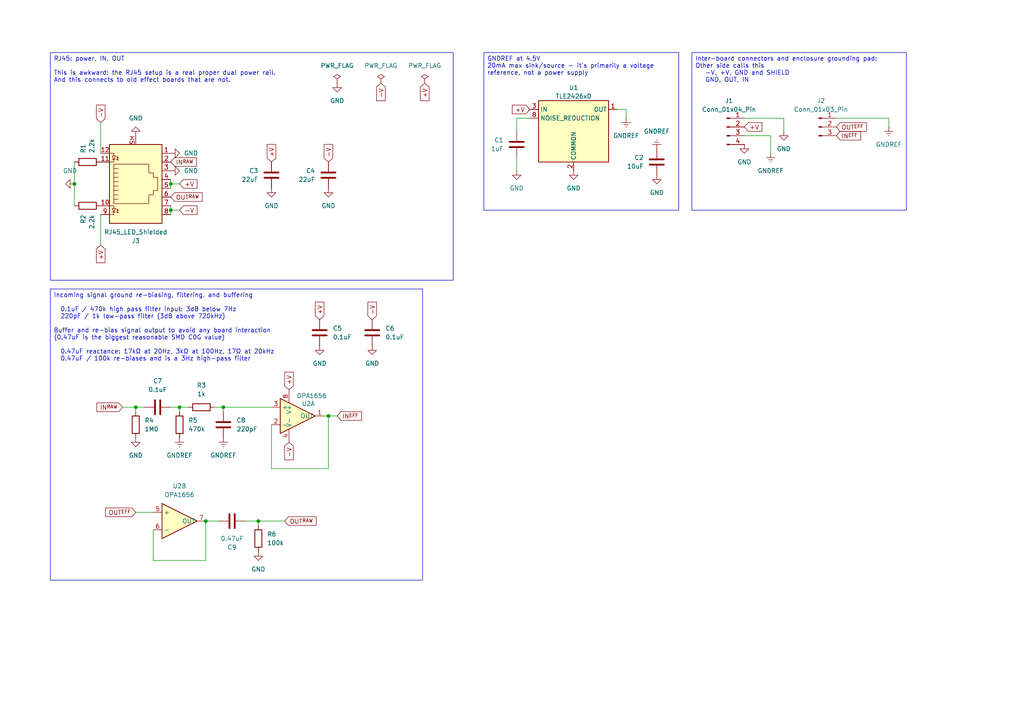
<source format=kicad_sch>
(kicad_sch (version 20250114) (generator "eeschema") (generator_version "9.0")
  (paper "A4")
  (title_block (title "Conversion board for RJ45 testing") (date "2025-06-11") (rev "v1.0"))
  (lib_symbols
    (symbol "Connector:Conn_01x03_Pin" (pin_names (offset 1.016) (hide yes))
      (property "Reference" "J" (at 0 5.08 0))
      (property "Value" "Conn_01x03_Pin" (at 0 -5.08 0))
      (symbol "Conn_01x03_Pin_1_1"
        (rectangle (start 0.8636 2.667) (end 0 2.413) (stroke (width 0.1524)) (fill (type outline)))
        (rectangle (start 0.8636 0.127) (end 0 -0.127) (stroke (width 0.1524)) (fill (type outline)))
        (rectangle (start 0.8636 -2.413) (end 0 -2.667) (stroke (width 0.1524)) (fill (type outline)))
        (polyline (pts (xy 1.27 2.54) (xy 0.8636 2.54)) (stroke (width 0.1524)))
        (polyline (pts (xy 1.27 0) (xy 0.8636 0)) (stroke (width 0.1524)))
        (polyline (pts (xy 1.27 -2.54) (xy 0.8636 -2.54)) (stroke (width 0.1524)))
        (pin passive line (at 5.08 2.54 180) (length 3.81) (name "Pin_1") (number "1"))
        (pin passive line (at 5.08 0 180) (length 3.81) (name "Pin_2") (number "2"))
        (pin passive line (at 5.08 -2.54 180) (length 3.81) (name "Pin_3") (number "3"))
      )
    )
    (symbol "Connector:Conn_01x04_Pin" (pin_names (offset 1.016) (hide yes))
      (property "Reference" "J" (at 0 5.08 0))
      (property "Value" "Conn_01x04_Pin" (at 0 -7.62 0))
      (symbol "Conn_01x04_Pin_1_1"
        (rectangle (start 0.8636 2.667) (end 0 2.413) (stroke (width 0.1524)) (fill (type outline)))
        (rectangle (start 0.8636 0.127) (end 0 -0.127) (stroke (width 0.1524)) (fill (type outline)))
        (rectangle (start 0.8636 -2.413) (end 0 -2.667) (stroke (width 0.1524)) (fill (type outline)))
        (rectangle (start 0.8636 -4.953) (end 0 -5.207) (stroke (width 0.1524)) (fill (type outline)))
        (polyline (pts (xy 1.27 2.54) (xy 0.8636 2.54)) (stroke (width 0.1524)))
        (polyline (pts (xy 1.27 0) (xy 0.8636 0)) (stroke (width 0.1524)))
        (polyline (pts (xy 1.27 -2.54) (xy 0.8636 -2.54)) (stroke (width 0.1524)))
        (polyline (pts (xy 1.27 -5.08) (xy 0.8636 -5.08)) (stroke (width 0.1524)))
        (pin passive line (at 5.08 2.54 180) (length 3.81) (name "Pin_1") (number "1"))
        (pin passive line (at 5.08 0 180) (length 3.81) (name "Pin_2") (number "2"))
        (pin passive line (at 5.08 -2.54 180) (length 3.81) (name "Pin_3") (number "3"))
        (pin passive line (at 5.08 -5.08 180) (length 3.81) (name "Pin_4") (number "4"))
      )
    )
    (symbol "Connector:RJ45_LED_Shielded" (pin_names (offset 1.016))
      (property "Reference" "J" (at -5.08 13.97 0))
      (property "Value" "RJ45_LED_Shielded" (at 1.27 13.97 0))
      (symbol "RJ45_LED_Shielded_0_1"
        (polyline (pts (xy -7.62 10.16) (xy -6.35 10.16)))
        (polyline (pts (xy -7.62 7.62) (xy -6.35 7.62)))
        (polyline (pts (xy -7.62 -5.08) (xy -6.35 -5.08)))
        (polyline (pts (xy -7.62 -7.62) (xy -6.35 -7.62)))
        (polyline (pts (xy -6.858 9.398) (xy -5.842 9.398)))
        (polyline (pts (xy -6.858 -5.842) (xy -5.842 -5.842)))
        (polyline (pts (xy -6.35 10.16) (xy -6.35 9.398)))
        (polyline (pts (xy -6.35 9.398) (xy -6.858 8.382) (xy -5.842 8.382) (xy -6.35 9.398)))
        (polyline (pts (xy -6.35 7.62) (xy -6.35 8.382)))
        (polyline (pts (xy -6.35 1.905) (xy -5.08 1.905) (xy -5.08 1.905)))
        (polyline (pts (xy -6.35 0.635) (xy -5.08 0.635) (xy -5.08 0.635)))
        (polyline (pts (xy -6.35 -0.635) (xy -5.08 -0.635) (xy -5.08 -0.635)))
        (polyline (pts (xy -6.35 -1.905) (xy -5.08 -1.905) (xy -5.08 -1.905)))
        (polyline (pts (xy -6.35 -3.175) (xy -5.08 -3.175) (xy -5.08 -3.175)))
        (polyline (pts (xy -6.35 -4.445) (xy -6.35 6.985) (xy 3.81 6.985) (xy 3.81 4.445) (xy 5.08 4.445) (xy 5.08 3.175) (xy 6.35 3.175) (xy 6.35 -0.635) (xy 5.08 -0.635) (xy 5.08 -1.905) (xy 3.81 -1.905) (xy 3.81 -4.445) (xy -6.35 -4.445) (xy -6.35 -4.445)))
        (polyline (pts (xy -6.35 -5.08) (xy -6.35 -5.842)))
        (polyline (pts (xy -6.35 -5.842) (xy -6.858 -6.858) (xy -5.842 -6.858) (xy -6.35 -5.842)))
        (polyline (pts (xy -6.35 -7.62) (xy -6.35 -6.858)))
        (polyline (pts (xy -5.588 9.144) (xy -5.08 9.652) (xy -5.461 9.525)))
        (polyline (pts (xy -5.588 8.509) (xy -5.08 9.017) (xy -5.461 8.89)))
        (polyline (pts (xy -5.588 -6.096) (xy -5.08 -5.588) (xy -5.461 -5.715)))
        (polyline (pts (xy -5.588 -6.731) (xy -5.08 -6.223) (xy -5.461 -6.35)))
        (polyline (pts (xy -5.08 9.652) (xy -5.207 9.271)))
        (polyline (pts (xy -5.08 9.017) (xy -5.207 8.636)))
        (polyline (pts (xy -5.08 5.715) (xy -6.35 5.715)))
        (polyline (pts (xy -5.08 4.445) (xy -6.35 4.445)))
        (polyline (pts (xy -5.08 3.175) (xy -6.35 3.175) (xy -6.35 3.175)))
        (polyline (pts (xy -5.08 -5.588) (xy -5.207 -5.969)))
        (polyline (pts (xy -5.08 -6.223) (xy -5.207 -6.604)))
        (rectangle (start 7.62 12.7) (end -7.62 -10.16) (stroke (width 0.254)) (fill (type background)))
      )
      (symbol "RJ45_LED_Shielded_1_1"
        (pin passive line (at -10.16 10.16 0) (length 2.54) (name "~") (number "9"))
        (pin passive line (at -10.16 7.62 0) (length 2.54) (name "~") (number "10"))
        (pin passive line (at -10.16 -5.08 0) (length 2.54) (name "~") (number "11"))
        (pin passive line (at -10.16 -7.62 0) (length 2.54) (name "~") (number "12"))
        (pin passive line (at 0 -12.7 90) (length 2.54) (name "~") (number "SH"))
        (pin passive line (at 10.16 10.16 180) (length 2.54) (name "~") (number "8"))
        (pin passive line (at 10.16 7.62 180) (length 2.54) (name "~") (number "7"))
        (pin passive line (at 10.16 5.08 180) (length 2.54) (name "~") (number "6"))
        (pin passive line (at 10.16 2.54 180) (length 2.54) (name "~") (number "5"))
        (pin passive line (at 10.16 0 180) (length 2.54) (name "~") (number "4"))
        (pin passive line (at 10.16 -2.54 180) (length 2.54) (name "~") (number "3"))
        (pin passive line (at 10.16 -5.08 180) (length 2.54) (name "~") (number "2"))
        (pin passive line (at 10.16 -7.62 180) (length 2.54) (name "~") (number "1"))
      )
    )
    (symbol "Device:C" (pin_numbers (hide yes)) (pin_names (offset 0.254))
      (property "Reference" "C" (at 0.635 2.54 0))
      (property "Value" "C" (at 0.635 -2.54 0))
      (symbol "C_0_1"
        (polyline (pts (xy -2.032 0.762) (xy 2.032 0.762)) (stroke (width 0.508)))
        (polyline (pts (xy -2.032 -0.762) (xy 2.032 -0.762)) (stroke (width 0.508)))
      )
      (symbol "C_1_1"
        (pin passive line (at 0 3.81 270) (length 2.794) (name "~") (number "1"))
        (pin passive line (at 0 -3.81 90) (length 2.794) (name "~") (number "2"))
      )
    )
    (symbol "Device:R" (pin_numbers (hide yes)) (pin_names (offset 0))
      (property "Reference" "R" (at 2.032 0 90))
      (property "Value" "R" (at 0 0 90))
      (symbol "R_0_1"
        (rectangle (start -1.016 -2.54) (end 1.016 2.54) (stroke (width 0.254)))
      )
      (symbol "R_1_1"
        (pin passive line (at 0 3.81 270) (length 1.27) (name "~") (number "1"))
        (pin passive line (at 0 -3.81 90) (length 1.27) (name "~") (number "2"))
      )
    )
    (symbol "Mylib:OPA1656"
      (property "Reference" "U" (at 8.89 5.08 0))
      (property "Value" "OPA1656" (at 2.54 11.43 0))
      (symbol "OPA1656_0_1"
        (polyline (pts (xy -2.54 5.08) (xy 7.62 0) (xy -2.54 -5.08) (xy -2.54 5.08)) (stroke (width 0.254)) (fill (type background)))
      )
      (symbol "OPA1656_1_1"
        (pin input line (at -5.08 2.54 0) (length 2.54) (name "+") (number "3"))
        (pin input line (at -5.08 -2.54 0) (length 2.54) (name "-") (number "2"))
        (pin power_in line (at 0 7.62 270) (length 3.81) (name "V+") (number "8"))
        (pin power_in line (at 0 -7.62 90) (length 3.81) (name "V-") (number "4"))
        (pin output line (at 10.16 0 180) (length 2.54) (name "OUT") (number "1"))
      )
      (symbol "OPA1656_2_1"
        (pin input line (at -5.08 2.54 0) (length 2.54) (name "+") (number "5"))
        (pin input line (at -5.08 -2.54 0) (length 2.54) (name "-") (number "6"))
        (pin output line (at 10.16 0 180) (length 2.54) (name "OUT") (number "7"))
      )
    )
    (symbol "Reference_Voltage:TLE2426xD"
      (property "Reference" "U" (at -10.414 8.89 0))
      (property "Value" "TLE2426xD" (at 10.16 8.89 0))
      (symbol "TLE2426xD_0_1"
        (rectangle (start -10.16 7.62) (end 10.16 -10.16) (stroke (width 0.254)) (fill (type background)))
      )
      (symbol "TLE2426xD_1_1"
        (pin power_in line (at -12.7 5.08 0) (length 2.54) (name "IN") (number "3"))
        (pin passive line (at -12.7 2.54 0) (length 2.54) (name "NOISE_REDUCTION") (number "8"))
        (pin no_connect line (at -10.16 0 0) (length 2.54) (hide yes) (name "NC") (number "4"))
        (pin no_connect line (at -10.16 -2.54 0) (length 2.54) (hide yes) (name "NC") (number "5"))
        (pin power_in line (at 0 -12.7 90) (length 2.54) (name "COMMON") (number "2"))
        (pin no_connect line (at 10.16 0 180) (length 2.54) (hide yes) (name "NC") (number "6"))
        (pin no_connect line (at 10.16 -2.54 180) (length 2.54) (hide yes) (name "NC") (number "7"))
        (pin power_out line (at 12.7 5.08 180) (length 2.54) (name "OUT") (number "1"))
      )
    )
    (symbol "power:GND" (power) (pin_numbers (hide yes)) (pin_names (offset 0) (hide yes))
      (property "Value" "GND" (at 0 -3.81 0))
      (symbol "GND_0_1"
        (polyline (pts (xy 0 0) (xy 0 -1.27) (xy 1.27 -1.27) (xy 0 -2.54) (xy -1.27 -1.27) (xy 0 -1.27)))
      )
      (symbol "GND_1_1"
        (pin power_in line (at 0 0 270) (length 0) (name "~") (number "1"))
      )
    )
    (symbol "power:GNDREF" (power) (pin_numbers (hide yes)) (pin_names (offset 0) (hide yes))
      (property "Value" "GNDREF" (at 0 -3.81 0))
      (symbol "GNDREF_0_1"
        (polyline (pts (xy -0.635 -1.905) (xy 0.635 -1.905)))
        (polyline (pts (xy -0.127 -2.54) (xy 0.127 -2.54)))
        (polyline (pts (xy 0 -1.27) (xy 0 0)))
        (polyline (pts (xy 1.27 -1.27) (xy -1.27 -1.27)))
      )
      (symbol "GNDREF_1_1"
        (pin power_in line (at 0 0 270) (length 0) (name "~") (number "1"))
      )
    )
    (symbol "power:PWR_FLAG" (power) (pin_numbers (hide yes)) (pin_names (offset 0) (hide yes))
      (property "Value" "PWR_FLAG" (at 0 3.81 0))
      (symbol "PWR_FLAG_0_0"
        (pin power_out line (at 0 0 90) (length 0) (name "~") (number "1"))
      )
      (symbol "PWR_FLAG_0_1"
        (polyline (pts (xy 0 0) (xy 0 1.27) (xy -1.016 1.905) (xy 0 2.54) (xy 1.016 1.905) (xy 0 1.27)))
      )
    )
  )
  (text_box "GNDREF at 4.5V\n20mA max sink/source - it's primarily a voltage reference, not a power supply" (at 140.335 15.24 0) (size 56.515 45.72) (margins 0.9525 0.9525 0.9525 0.9525) (effects (font (size 1.27 1.27)) (justify left top)))
  (text_box "RJ45: power, IN, OUT\n\nThis is awkward: the RJ45 setup is a real proper dual power rail.\nAnd this connects to old effect boards that are not." (at 14.605 15.24 0) (size 116.84 66.04) (margins 0.9525 0.9525 0.9525 0.9525) (effects (font (size 1.27 1.27)) (justify left top)))
  (text_box "Incoming signal ground re-biasing, filtering, and buffering\n\n  0.1uF / 470k high pass filter input: 3dB below 7Hz\n  220pF / 1k low-pass filter (3dB above 720kHz)\n\nBuffer and re-bias signal output to avoid any board interaction\n(0.47uF is the biggest reasonable SMD C0G value)\n\n  0.47uF reactance: 17kΩ at 20Hz, 3kΩ at 100Hz, 17Ω at 20kHz\n  0.47uF / 100k re-biases and is a 3Hz high-pass filter" (at 14.605 83.82 0) (size 107.95 84.455) (margins 0.9525 0.9525 0.9525 0.9525) (effects (font (size 1.27 1.27)) (justify left top)))
  (text_box "Inter-board connectors and enclosure grounding pad:\nOther side calls this\n   -V, +V, GND and SHIELD\n   GND, OUT, IN" (at 200.66 15.24 0) (size 62.23 45.72) (margins 0.9525 0.9525 0.9525 0.9525) (effects (font (size 1.27 1.27)) (justify left top)))
  (junction (at 49.53 60.96))
  (junction (at 52.07 118.11))
  (junction (at 74.93 151.13))
  (junction (at 59.69 151.13))
  (junction (at 64.77 118.11))
  (junction (at 49.53 53.34))
  (junction (at 39.37 118.11))
  (junction (at 95.25 120.65))
  (junction (at 21.59 53.34))
  (wire (pts (xy 29.21 35.56) (xy 29.21 44.45)))
  (wire (pts (xy 227.33 34.29) (xy 227.33 38.1)))
  (wire (pts (xy 64.77 119.38) (xy 64.77 118.11)))
  (wire (pts (xy 35.56 118.11) (xy 39.37 118.11)))
  (wire (pts (xy 39.37 118.11) (xy 39.37 119.38)))
  (wire (pts (xy 39.37 148.59) (xy 44.45 148.59)))
  (wire (pts (xy 49.53 118.11) (xy 52.07 118.11)))
  (wire (pts (xy 74.93 151.13) (xy 71.12 151.13)))
  (wire (pts (xy 49.53 52.07) (xy 49.53 53.34)))
  (wire (pts (xy 78.74 135.89) (xy 78.74 123.19)))
  (wire (pts (xy 44.45 153.67) (xy 44.45 162.56)))
  (wire (pts (xy 95.25 120.65) (xy 97.79 120.65)))
  (wire (pts (xy 21.59 46.99) (xy 21.59 53.34)))
  (wire (pts (xy 49.53 59.69) (xy 49.53 60.96)))
  (wire (pts (xy 93.98 120.65) (xy 95.25 120.65)))
  (wire (pts (xy 52.07 118.11) (xy 52.07 119.38)))
  (wire (pts (xy 149.86 45.72) (xy 149.86 49.53)))
  (wire (pts (xy 59.69 151.13) (xy 63.5 151.13)))
  (wire (pts (xy 49.53 60.96) (xy 49.53 62.23)))
  (wire (pts (xy 78.74 135.89) (xy 95.25 135.89)))
  (wire (pts (xy 153.67 34.29) (xy 149.86 34.29)))
  (wire (pts (xy 179.07 31.75) (xy 181.61 31.75)))
  (wire (pts (xy 52.07 60.96) (xy 49.53 60.96)))
  (wire (pts (xy 62.23 118.11) (xy 64.77 118.11)))
  (wire (pts (xy 242.57 34.29) (xy 257.81 34.29)))
  (wire (pts (xy 149.86 34.29) (xy 149.86 38.1)))
  (wire (pts (xy 181.61 31.75) (xy 181.61 34.29)))
  (wire (pts (xy 52.07 118.11) (xy 54.61 118.11)))
  (wire (pts (xy 215.9 34.29) (xy 227.33 34.29)))
  (wire (pts (xy 44.45 162.56) (xy 59.69 162.56)))
  (wire (pts (xy 49.53 53.34) (xy 49.53 54.61)))
  (wire (pts (xy 74.93 151.13) (xy 74.93 152.4)))
  (wire (pts (xy 64.77 118.11) (xy 78.74 118.11)))
  (wire (pts (xy 215.9 39.37) (xy 223.52 39.37)))
  (wire (pts (xy 52.07 53.34) (xy 49.53 53.34)))
  (wire (pts (xy 257.81 34.29) (xy 257.81 36.83)))
  (wire (pts (xy 39.37 118.11) (xy 41.91 118.11)))
  (wire (pts (xy 74.93 151.13) (xy 82.55 151.13)))
  (wire (pts (xy 59.69 162.56) (xy 59.69 151.13)))
  (wire (pts (xy 223.52 39.37) (xy 223.52 44.45)))
  (wire (pts (xy 21.59 53.34) (xy 21.59 59.69)))
  (wire (pts (xy 95.25 120.65) (xy 95.25 135.89)))
  (wire (pts (xy 29.21 62.23) (xy 29.21 71.12)))
  (global_label "+V" (shape input) (at 29.21 71.12 270) (property "Intersheetrefs" "${INTERSHEET_REFS}" (effects (hide yes))))
  (global_label "OUT^{EFF}" (shape input) (at 242.57 36.83 0) (property "Intersheetrefs" "${INTERSHEET_REFS}" (effects (hide yes))))
  (global_label "+V" (shape input) (at 215.9 36.83 0) (property "Intersheetrefs" "${INTERSHEET_REFS}" (effects (hide yes))))
  (global_label "+V" (shape input) (at 123.19 24.13 270) (property "Intersheetrefs" "${INTERSHEET_REFS}" (effects (hide yes))))
  (global_label "-V" (shape input) (at 107.95 92.71 90) (property "Intersheetrefs" "${INTERSHEET_REFS}" (effects (hide yes))))
  (global_label "OUT^{RAW}" (shape input) (at 49.53 57.15 0) (property "Intersheetrefs" "${INTERSHEET_REFS}" (effects (hide yes))))
  (global_label "-V" (shape input) (at 110.49 24.13 270) (property "Intersheetrefs" "${INTERSHEET_REFS}" (effects (hide yes))))
  (global_label "+V" (shape input) (at 83.82 113.03 90) (property "Intersheetrefs" "${INTERSHEET_REFS}" (effects (hide yes))))
  (global_label "+V" (shape input) (at 153.67 31.75 180) (property "Intersheetrefs" "${INTERSHEET_REFS}" (effects (hide yes))))
  (global_label "-V" (shape input) (at 29.21 35.56 90) (property "Intersheetrefs" "${INTERSHEET_REFS}" (effects (hide yes))))
  (global_label "-V" (shape input) (at 52.07 60.96 0) (property "Intersheetrefs" "${INTERSHEET_REFS}" (effects (hide yes))))
  (global_label "IN^{RAW}" (shape input) (at 35.56 118.11 180) (property "Intersheetrefs" "${INTERSHEET_REFS}" (effects (hide yes))))
  (global_label "IN^{EFF}" (shape input) (at 242.57 39.37 0) (property "Intersheetrefs" "${INTERSHEET_REFS}" (effects (hide yes))))
  (global_label "-V" (shape input) (at 83.82 128.27 270) (property "Intersheetrefs" "${INTERSHEET_REFS}" (effects (hide yes))))
  (global_label "+V" (shape input) (at 78.74 46.99 90) (property "Intersheetrefs" "${INTERSHEET_REFS}" (effects (hide yes))))
  (global_label "IN^{EFF}" (shape input) (at 97.79 120.65 0) (property "Intersheetrefs" "${INTERSHEET_REFS}" (effects (hide yes))))
  (global_label "OUT^{RAW}" (shape input) (at 82.55 151.13 0) (property "Intersheetrefs" "${INTERSHEET_REFS}" (effects (hide yes))))
  (global_label "+V" (shape input) (at 92.71 92.71 90) (property "Intersheetrefs" "${INTERSHEET_REFS}" (effects (hide yes))))
  (global_label "OUT^{EFF}" (shape input) (at 39.37 148.59 180) (property "Intersheetrefs" "${INTERSHEET_REFS}" (effects (hide yes))))
  (global_label "-V" (shape input) (at 95.25 46.99 90) (property "Intersheetrefs" "${INTERSHEET_REFS}" (effects (hide yes))))
  (global_label "IN^{RAW}" (shape input) (at 49.53 46.99 0) (property "Intersheetrefs" "${INTERSHEET_REFS}" (effects (hide yes))))
  (global_label "+V" (shape input) (at 52.07 53.34 0) (property "Intersheetrefs" "${INTERSHEET_REFS}" (effects (hide yes))))
  (symbol (lib_id "power:GNDREF") (at 64.77 127 0) (unit 1)
    (property "Reference" "#PWR022" (effects (hide yes)))
    (property "Value" "GNDREF" (at 64.77 132.08 0))
    (property "Description" "Power symbol creates a global label with name \"GNDREF\" , reference supply ground" (effects (hide yes)))
  )
  (symbol (lib_id "power:GND") (at 21.59 53.34 270) (unit 1)
    (property "Reference" "#PWR014" (effects (hide yes)))
    (property "Value" "GND" (at 20.32 49.53 90))
    (property "Description" "Power symbol creates a global label with name \"GND\" , ground" (effects (hide yes)))
  )
  (symbol (lib_id "power:GND") (at 49.53 44.45 90) (unit 1)
    (property "Reference" "#PWR010" (effects (hide yes)))
    (property "Value" "GND" (at 53.34 44.4499 90) (effects (justify right)))
    (property "Description" "Power symbol creates a global label with name \"GND\" , ground" (effects (hide yes)))
  )
  (symbol (lib_id "power:GND") (at 39.37 127 0) (unit 1)
    (property "Reference" "#PWR020" (effects (hide yes)))
    (property "Value" "GND" (at 39.37 132.08 0))
    (property "Description" "Power symbol creates a global label with name \"GND\" , ground" (effects (hide yes)))
  )
  (symbol (lib_id "power:GND") (at 49.53 49.53 90) (unit 1)
    (property "Reference" "#PWR017" (effects (hide yes)))
    (property "Value" "GND" (at 53.34 49.5299 90) (effects (justify right)))
    (property "Description" "Power symbol creates a global label with name \"GND\" , ground" (effects (hide yes)))
  )
  (symbol (lib_id "power:GND") (at 95.25 54.61 0) (unit 1)
    (property "Reference" "#PWR016" (effects (hide yes)))
    (property "Value" "GND" (at 95.25 59.69 0))
    (property "Description" "Power symbol creates a global label with name \"GND\" , ground" (effects (hide yes)))
  )
  (symbol (lib_id "power:GND") (at 227.33 38.1 0) (unit 1)
    (property "Reference" "#PWR04" (effects (hide yes)))
    (property "Value" "GND" (at 227.33 43.18 0))
    (property "Description" "Power symbol creates a global label with name \"GND\" , ground" (effects (hide yes)))
  )
  (symbol (lib_id "power:GNDREF") (at 181.61 34.29 0) (unit 1)
    (property "Reference" "#PWR02" (effects (hide yes)))
    (property "Value" "GNDREF" (at 181.61 39.37 0))
    (property "Description" "Power symbol creates a global label with name \"GNDREF\" , reference supply ground" (effects (hide yes)))
  )
  (symbol (lib_id "Device:C") (at 92.71 96.52 0) (unit 1)
    (property "Reference" "C5" (at 96.52 95.2499 0) (effects (justify left)))
    (property "Value" "0.1uF" (at 96.52 97.7899 0) (effects (justify left)))
    (property "Footprint" "Mylib:C_0704_1810Metric" (effects (hide yes)))
    (property "Description" "Unpolarized capacitor" (effects (hide yes)))
  )
  (symbol (lib_id "Device:C") (at 107.95 96.52 0) (unit 1)
    (property "Reference" "C6" (at 111.76 95.2499 0) (effects (justify left)))
    (property "Value" "0.1uF" (at 111.76 97.7899 0) (effects (justify left)))
    (property "Footprint" "Mylib:C_0704_1810Metric" (effects (hide yes)))
    (property "Description" "Unpolarized capacitor" (effects (hide yes)))
  )
  (symbol (lib_id "Device:R") (at 25.4 46.99 270) (unit 1)
    (property "Reference" "R1" (at 24.1299 44.45 0) (effects (justify right)))
    (property "Value" "2.2k" (at 26.6699 44.45 0) (effects (justify right)))
    (property "Footprint" "Resistor_SMD:R_0805_2012Metric" (effects (hide yes)))
    (property "Description" "Resistor" (effects (hide yes)))
  )
  (symbol (lib_id "power:GND") (at 39.37 39.37 180) (unit 1)
    (property "Reference" "#PWR05" (effects (hide yes)))
    (property "Value" "GND" (at 39.37 34.29 0))
    (property "Description" "Power symbol creates a global label with name \"GND\" , ground" (effects (hide yes)))
  )
  (symbol (lib_id "power:GND") (at 97.79 24.13 0) (unit 1)
    (property "Reference" "#PWR01" (effects (hide yes)))
    (property "Value" "GND" (at 97.79 29.21 0))
    (property "Description" "Power symbol creates a global label with name \"GND\" , ground" (effects (hide yes)))
  )
  (symbol (lib_id "Mylib:OPA1656") (at 49.53 151.13 0) (unit 2)
    (property "Reference" "U2" (at 52.07 140.97 0))
    (property "Value" "OPA1656" (at 52.07 143.51 0))
    (property "Footprint" "Package_SO:SOIC-8_3.9x4.9mm_P1.27mm" (effects (hide yes)))
    (property "Datasheet" "https://ti.com/lit/ds/symlink/opa1655.pdf" (effects (hide yes)))
    (property "Description" "Dual audio op-amp" (effects (hide yes)))
    (property "Sim.Library" "${KIPRJMOD}/../../symbols/dual1656.lib" (effects (hide yes)))
    (property "Sim.Name" "DUAL1656" (effects (hide yes)))
    (property "Sim.Device" "SUBCKT" (effects (hide yes)))
    (property "Sim.Pins" "1=OUTA 2=INA- 3=INA+ 4=V- 5=INB+ 6=INB- 7=OUTB 8=V+" (effects (hide yes)))
  )
  (symbol (lib_id "Device:C") (at 67.31 151.13 270) (unit 1)
    (property "Reference" "C9" (at 67.31 158.75 90))
    (property "Value" "0.47uF" (at 67.31 156.21 90))
    (property "Footprint" "Capacitor_SMD:C_1206_3216Metric_Pad1.33x1.80mm_HandSolder" (effects (hide yes)))
    (property "Description" "Unpolarized capacitor" (effects (hide yes)))
  )
  (symbol (lib_id "power:GND") (at 190.5 50.8 0) (unit 1)
    (property "Reference" "#PWR013" (effects (hide yes)))
    (property "Value" "GND" (at 190.5 55.88 0))
    (property "Description" "Power symbol creates a global label with name \"GND\" , ground" (effects (hide yes)))
  )
  (symbol (lib_id "Device:C") (at 45.72 118.11 90) (unit 1)
    (property "Reference" "C7" (at 45.72 110.49 90))
    (property "Value" "0.1uF" (at 45.72 113.03 90))
    (property "Footprint" "Mylib:C_0704_1810Metric" (effects (hide yes)))
    (property "Description" "Unpolarized capacitor" (effects (hide yes)))
  )
  (symbol (lib_id "Device:C") (at 64.77 123.19 0) (unit 1)
    (property "Reference" "C8" (at 68.58 121.9199 0) (effects (justify left)))
    (property "Value" "220pF" (at 68.58 124.4599 0) (effects (justify left)))
    (property "Footprint" "Capacitor_SMD:C_0805_2012Metric_Pad1.18x1.45mm_HandSolder" (effects (hide yes)))
    (property "Description" "Unpolarized capacitor" (effects (hide yes)))
  )
  (symbol (lib_id "power:GNDREF") (at 52.07 127 0) (unit 1)
    (property "Reference" "#PWR021" (effects (hide yes)))
    (property "Value" "GNDREF" (at 52.07 132.08 0))
    (property "Description" "Power symbol creates a global label with name \"GNDREF\" , reference supply ground" (effects (hide yes)))
  )
  (symbol (lib_id "power:GND") (at 107.95 100.33 0) (unit 1)
    (property "Reference" "#PWR019" (effects (hide yes)))
    (property "Value" "GND" (at 107.95 105.41 0))
    (property "Description" "Power symbol creates a global label with name \"GND\" , ground" (effects (hide yes)))
  )
  (symbol (lib_id "power:GND") (at 215.9 41.91 0) (unit 1)
    (property "Reference" "#PWR06" (effects (hide yes)))
    (property "Value" "GND" (at 215.9 46.99 0))
    (property "Description" "Power symbol creates a global label with name \"GND\" , ground" (effects (hide yes)))
  )
  (symbol (lib_id "Device:C") (at 78.74 50.8 0) (mirror y) (unit 1)
    (property "Reference" "C3" (at 74.93 49.5299 0) (effects (justify left)))
    (property "Value" "22uF" (at 74.93 52.0699 0) (effects (justify left)))
    (property "Footprint" "Capacitor_SMD:C_1206_3216Metric_Pad1.33x1.80mm_HandSolder" (effects (hide yes)))
    (property "Description" "Unpolarized capacitor" (effects (hide yes)))
  )
  (symbol (lib_id "Mylib:OPA1656") (at 83.82 120.65 0) (unit 1)
    (property "Reference" "U2" (at 89.408 117.094 0))
    (property "Value" "OPA1656" (at 90.424 114.808 0))
    (property "Footprint" "Package_SO:SOIC-8_3.9x4.9mm_P1.27mm" (effects (hide yes)))
    (property "Datasheet" "https://ti.com/lit/ds/symlink/opa1655.pdf" (effects (hide yes)))
    (property "Description" "Dual audio op-amp" (effects (hide yes)))
    (property "Sim.Library" "${KIPRJMOD}/../../symbols/dual1656.lib" (effects (hide yes)))
    (property "Sim.Name" "DUAL1656" (effects (hide yes)))
    (property "Sim.Device" "SUBCKT" (effects (hide yes)))
    (property "Sim.Pins" "1=OUTA 2=INA- 3=INA+ 4=V- 5=INB+ 6=INB- 7=OUTB 8=V+" (effects (hide yes)))
  )
  (symbol (lib_id "Device:R") (at 74.93 156.21 0) (unit 1)
    (property "Reference" "R6" (at 77.47 154.9399 0) (effects (justify left)))
    (property "Value" "100k" (at 77.47 157.4799 0) (effects (justify left)))
    (property "Footprint" "Resistor_SMD:R_0805_2012Metric_Pad1.20x1.40mm_HandSolder" (effects (hide yes)))
    (property "Description" "Resistor" (effects (hide yes)))
  )
  (symbol (lib_id "Device:C") (at 190.5 46.99 0) (mirror y) (unit 1)
    (property "Reference" "C2" (at 186.69 45.7199 0) (effects (justify left)))
    (property "Value" "10uF" (at 186.69 48.2599 0) (effects (justify left)))
    (property "Footprint" "Capacitor_SMD:C_1206_3216Metric_Pad1.33x1.80mm_HandSolder" (effects (hide yes)))
    (property "Description" "Unpolarized capacitor" (effects (hide yes)))
  )
  (symbol (lib_id "power:PWR_FLAG") (at 110.49 24.13 0) (unit 1)
    (property "Reference" "#FLG02" (effects (hide yes)))
    (property "Value" "PWR_FLAG" (at 110.49 19.05 0))
    (property "Description" "Special symbol for telling ERC where power comes from" (effects (hide yes)))
  )
  (symbol (lib_id "Device:C") (at 149.86 41.91 0) (mirror y) (unit 1)
    (property "Reference" "C1" (at 146.05 40.6399 0) (effects (justify left)))
    (property "Value" "1uF" (at 146.05 43.1799 0) (effects (justify left)))
    (property "Footprint" "Capacitor_SMD:C_1206_3216Metric_Pad1.33x1.80mm_HandSolder" (effects (hide yes)))
    (property "Description" "Unpolarized capacitor" (effects (hide yes)))
  )
  (symbol (lib_id "Connector:RJ45_LED_Shielded") (at 39.37 52.07 0) (mirror x) (unit 1)
    (property "Reference" "J3" (at 39.37 69.85 0))
    (property "Value" "RJ45_LED_Shielded" (at 39.37 67.31 0))
    (property "Footprint" "Connector_RJ:RJ45_Amphenol_RJHSE538X" (effects (hide yes)))
    (property "Description" "RJ connector, 8P8C (8 positions 8 connected), two LEDs, Shielded" (effects (hide yes)))
  )
  (symbol (lib_id "power:GND") (at 78.74 54.61 0) (unit 1)
    (property "Reference" "#PWR015" (effects (hide yes)))
    (property "Value" "GND" (at 78.74 59.69 0))
    (property "Description" "Power symbol creates a global label with name \"GND\" , ground" (effects (hide yes)))
  )
  (symbol (lib_id "Device:R") (at 39.37 123.19 0) (unit 1)
    (property "Reference" "R4" (at 41.91 121.9199 0) (effects (justify left)))
    (property "Value" "1M0" (at 41.91 124.4599 0) (effects (justify left)))
    (property "Footprint" "Resistor_SMD:R_0805_2012Metric_Pad1.20x1.40mm_HandSolder" (effects (hide yes)))
    (property "Description" "Resistor" (effects (hide yes)))
  )
  (symbol (lib_id "power:PWR_FLAG") (at 123.19 24.13 0) (unit 1)
    (property "Reference" "#FLG03" (effects (hide yes)))
    (property "Value" "PWR_FLAG" (at 123.19 19.05 0))
    (property "Description" "Special symbol for telling ERC where power comes from" (effects (hide yes)))
  )
  (symbol (lib_id "power:GND") (at 92.71 100.33 0) (unit 1)
    (property "Reference" "#PWR018" (effects (hide yes)))
    (property "Value" "GND" (at 92.71 105.41 0))
    (property "Description" "Power symbol creates a global label with name \"GND\" , ground" (effects (hide yes)))
  )
  (symbol (lib_id "Connector:Conn_01x04_Pin") (at 210.82 36.83 0) (unit 1) (exclude_from_sim yes)
    (property "Reference" "J1" (at 211.455 29.21 0))
    (property "Value" "Conn_01x04_Pin" (at 211.455 31.75 0))
    (property "Footprint" "Connector_PinSocket_2.54mm:PinSocket_1x04_P2.54mm_Vertical" (effects (hide yes)))
    (property "Description" "Generic connector, single row, 01x04, script generated" (effects (hide yes)))
  )
  (symbol (lib_id "power:PWR_FLAG") (at 97.79 24.13 0) (unit 1)
    (property "Reference" "#FLG01" (effects (hide yes)))
    (property "Value" "PWR_FLAG" (at 97.79 19.05 0))
    (property "Description" "Special symbol for telling ERC where power comes from" (effects (hide yes)))
  )
  (symbol (lib_id "Reference_Voltage:TLE2426xD") (at 166.37 36.83 0) (unit 1) (exclude_from_sim yes)
    (property "Reference" "U1" (at 166.37 25.4 0))
    (property "Value" "TLE2426xD" (at 166.37 27.94 0))
    (property "Footprint" "Package_SO:SOIC-8_3.9x4.9mm_P1.27mm" (effects (hide yes)))
    (property "Datasheet" "http://www.ti.com/lit/ds/symlink/tle2426.pdf" (effects (hide yes)))
    (property "Description" "Precision virtual ground, noise reduction pin, 4V to 40V input, SOIC-8" (effects (hide yes)))
  )
  (symbol (lib_id "Connector:Conn_01x03_Pin") (at 237.49 36.83 0) (unit 1) (exclude_from_sim yes)
    (property "Reference" "J2" (at 238.125 29.21 0))
    (property "Value" "Conn_01x03_Pin" (at 238.125 31.75 0))
    (property "Footprint" "Connector_PinSocket_2.54mm:PinSocket_1x03_P2.54mm_Vertical" (effects (hide yes)))
    (property "Description" "Generic connector, single row, 01x03, script generated" (effects (hide yes)))
  )
  (symbol (lib_id "power:GNDREF") (at 190.5 43.18 180) (unit 1)
    (property "Reference" "#PWR07" (effects (hide yes)))
    (property "Value" "GNDREF" (at 190.5 38.1 0))
    (property "Description" "Power symbol creates a global label with name \"GNDREF\" , reference supply ground" (effects (hide yes)))
  )
  (symbol (lib_id "power:GND") (at 74.93 160.02 0) (unit 1)
    (property "Reference" "#PWR023" (effects (hide yes)))
    (property "Value" "GND" (at 74.93 165.1 0))
    (property "Description" "Power symbol creates a global label with name \"GND\" , ground" (effects (hide yes)))
  )
  (symbol (lib_id "power:GND") (at 149.86 49.53 0) (unit 1)
    (property "Reference" "#PWR011" (effects (hide yes)))
    (property "Value" "GND" (at 149.86 54.61 0))
    (property "Description" "Power symbol creates a global label with name \"GND\" , ground" (effects (hide yes)))
  )
  (symbol (lib_id "Device:R") (at 25.4 59.69 270) (mirror x) (unit 1)
    (property "Reference" "R2" (at 24.1299 62.23 0) (effects (justify right)))
    (property "Value" "2.2k" (at 26.6699 62.23 0) (effects (justify right)))
    (property "Footprint" "Resistor_SMD:R_0805_2012Metric" (effects (hide yes)))
    (property "Description" "Resistor" (effects (hide yes)))
  )
  (symbol (lib_id "power:GNDREF") (at 257.81 36.83 0) (unit 1)
    (property "Reference" "#PWR03" (effects (hide yes)))
    (property "Value" "GNDREF" (at 257.81 41.91 0))
    (property "Description" "Power symbol creates a global label with name \"GNDREF\" , reference supply ground" (effects (hide yes)))
  )
  (symbol (lib_id "power:GNDREF") (at 223.52 44.45 0) (unit 1)
    (property "Reference" "#PWR08" (effects (hide yes)))
    (property "Value" "GNDREF" (at 223.52 49.53 0))
    (property "Description" "Power symbol creates a global label with name \"GNDREF\" , reference supply ground" (effects (hide yes)))
  )
  (symbol (lib_id "Device:R") (at 58.42 118.11 90) (unit 1)
    (property "Reference" "R3" (at 58.42 111.76 90))
    (property "Value" "1k" (at 58.42 114.3 90))
    (property "Footprint" "Resistor_SMD:R_0805_2012Metric_Pad1.20x1.40mm_HandSolder" (effects (hide yes)))
    (property "Description" "Resistor" (effects (hide yes)))
  )
  (symbol (lib_id "Device:C") (at 95.25 50.8 0) (mirror y) (unit 1)
    (property "Reference" "C4" (at 91.44 49.5299 0) (effects (justify left)))
    (property "Value" "22uF" (at 91.44 52.0699 0) (effects (justify left)))
    (property "Footprint" "Capacitor_SMD:C_1206_3216Metric_Pad1.33x1.80mm_HandSolder" (effects (hide yes)))
    (property "Description" "Unpolarized capacitor" (effects (hide yes)))
  )
  (symbol (lib_id "Device:R") (at 52.07 123.19 0) (unit 1)
    (property "Reference" "R5" (at 54.61 121.9199 0) (effects (justify left)))
    (property "Value" "470k" (at 54.61 124.4599 0) (effects (justify left)))
    (property "Footprint" "Resistor_SMD:R_0805_2012Metric_Pad1.20x1.40mm_HandSolder" (effects (hide yes)))
    (property "Description" "Resistor" (effects (hide yes)))
  )
  (symbol (lib_id "power:GND") (at 166.37 49.53 0) (unit 1)
    (property "Reference" "#PWR012" (effects (hide yes)))
    (property "Value" "GND" (at 166.37 54.61 0))
    (property "Description" "Power symbol creates a global label with name \"GND\" , ground" (effects (hide yes)))
  )
)
</source>
